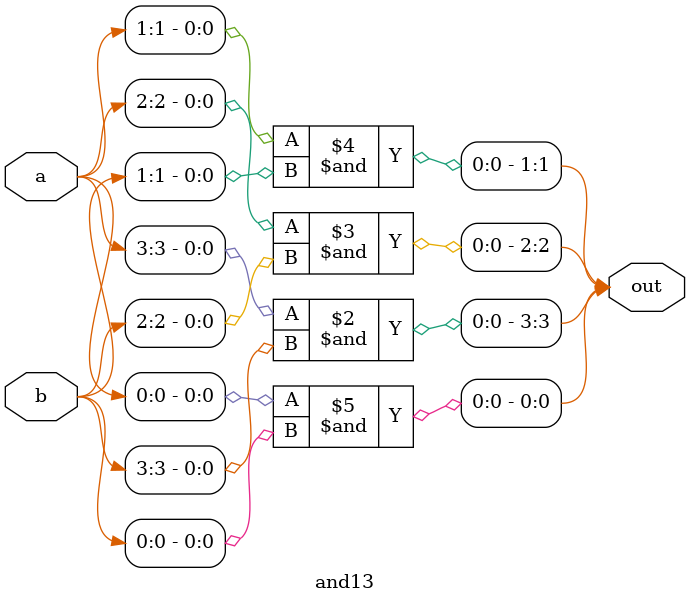
<source format=v>
module and13 (
    input wire [3:0] a,
    input wire [3:0] b,
    output reg [3:0] out
);
    always @(*) begin
        out[3] = a[3] & b[3];
        out[2] = a[2] & b[2];
        out[1] = a[1] & b[1];
        out[0] = a[0] & b[0];
    end

endmodule

</source>
